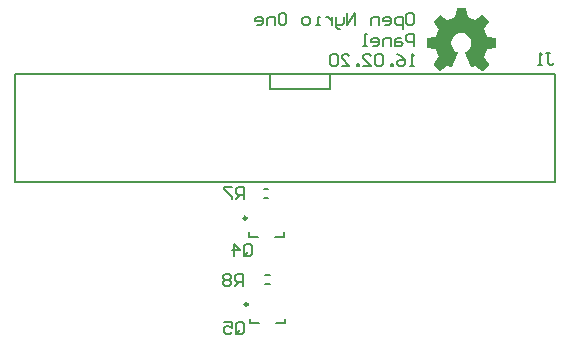
<source format=gbo>
%FSLAX25Y25*%
%MOIN*%
G70*
G01*
G75*
G04 Layer_Color=32896*
%ADD10C,0.01181*%
%ADD11C,0.02362*%
%ADD12C,0.01575*%
%ADD13C,0.03150*%
%ADD14R,0.05512X0.02362*%
%ADD15R,0.05906X0.07087*%
%ADD16R,0.03937X0.03937*%
%ADD17C,0.03937*%
%ADD18C,0.06102*%
%ADD19R,0.06102X0.06102*%
%ADD20C,0.11811*%
%ADD21C,0.04528*%
%ADD22R,0.04528X0.04528*%
%ADD23C,0.05118*%
%ADD24R,0.05118X0.05118*%
%ADD25C,0.02756*%
%ADD26R,0.02362X0.05512*%
%ADD27R,0.03937X0.03937*%
%ADD28C,0.00984*%
%ADD29C,0.00787*%
%ADD30C,0.00591*%
%ADD31R,0.06299X0.03150*%
%ADD32R,0.06693X0.07874*%
%ADD33R,0.04724X0.04724*%
%ADD34C,0.06890*%
%ADD35R,0.06890X0.06890*%
%ADD36C,0.12598*%
%ADD37C,0.05315*%
%ADD38R,0.05315X0.05315*%
%ADD39C,0.05906*%
%ADD40R,0.05906X0.05906*%
%ADD41R,0.03150X0.06299*%
%ADD42R,0.04724X0.04724*%
G36*
X169720Y142410D02*
X169756Y142324D01*
X169753Y142323D01*
X170287Y139536D01*
X170323Y139450D01*
X170380Y139426D01*
X172715Y138459D01*
X172772Y138435D01*
X172858Y138471D01*
X172856Y138474D01*
X175205Y140067D01*
X175291Y140102D01*
X175406Y140055D01*
X175397Y140046D01*
X177414Y138046D01*
X177462Y137931D01*
X177426Y137845D01*
X177424Y137847D01*
X175831Y135498D01*
X175795Y135412D01*
X175819Y135355D01*
X176786Y133021D01*
X176810Y132963D01*
X176895Y132928D01*
X176896Y132931D01*
X179683Y132396D01*
X179769Y132361D01*
X179817Y132246D01*
X179804D01*
X179817Y129405D01*
Y129405D01*
X179769Y129291D01*
X179683Y129255D01*
X179683Y129258D01*
X176895Y128724D01*
X176810Y128688D01*
X176786Y128631D01*
X176786D01*
X175819Y126296D01*
X175795Y126239D01*
X175831Y126153D01*
X175833Y126155D01*
X177426Y123806D01*
X177462Y123720D01*
X177414Y123605D01*
X177405Y123614D01*
X175406Y121597D01*
X175291Y121549D01*
X175205Y121585D01*
X175207Y121587D01*
X172858Y123180D01*
X172772Y123216D01*
X172715Y123192D01*
X171646Y122749D01*
X171588Y122725D01*
X171474Y122773D01*
X171449Y122831D01*
X169482Y127651D01*
X169458Y127708D01*
X169506Y127822D01*
X169558Y127844D01*
X169559Y127842D01*
X169841Y127958D01*
X170526Y128484D01*
X171053Y129170D01*
X171383Y129969D01*
X171496Y130826D01*
X171383Y131683D01*
X171053Y132481D01*
X170526Y133167D01*
X169841Y133693D01*
X169042Y134024D01*
X168185Y134136D01*
X167328Y134024D01*
X166530Y133693D01*
X165844Y133167D01*
X165318Y132481D01*
X164987Y131683D01*
X164874Y130826D01*
X164987Y129969D01*
X165318Y129170D01*
X165844Y128484D01*
X166530Y127958D01*
X166812Y127842D01*
X166813Y127844D01*
X166865Y127822D01*
X166912Y127708D01*
X166889Y127651D01*
X164921Y122831D01*
X164897Y122773D01*
X164782Y122725D01*
X164725Y122749D01*
X163656Y123192D01*
X163599Y123216D01*
X163513Y123180D01*
X163514Y123178D01*
X161165Y121585D01*
X161080Y121549D01*
X160965Y121597D01*
X160974Y121606D01*
X158956Y123605D01*
X158909Y123720D01*
X158944Y123806D01*
X158947Y123804D01*
X160540Y126153D01*
X160575Y126239D01*
X160552Y126296D01*
X159585Y128631D01*
X159561Y128688D01*
X159475Y128724D01*
X159475Y128720D01*
X156687Y129255D01*
X156601Y129291D01*
X156554Y129405D01*
X156566D01*
X156554Y132246D01*
X156601Y132361D01*
X156687Y132396D01*
X156688Y132393D01*
X159475Y132928D01*
X159561Y132963D01*
X159585Y133021D01*
X159585D01*
X160552Y135355D01*
X160575Y135412D01*
X160540Y135498D01*
X160537Y135496D01*
X158944Y137845D01*
X158909Y137931D01*
X158956Y138046D01*
X158965Y138037D01*
X160965Y140055D01*
X161080Y140102D01*
X161165Y140067D01*
X161164Y140064D01*
X163513Y138471D01*
X163599Y138435D01*
X163656Y138459D01*
X165990Y139426D01*
X166048Y139450D01*
X166083Y139536D01*
X166080Y139536D01*
X166615Y142324D01*
X166650Y142410D01*
X166765Y142457D01*
X166765D01*
Y142445D01*
X169606Y142457D01*
X169606D01*
X169720Y142410D01*
D02*
G37*
D28*
X96949Y43701D02*
G03*
X96949Y43701I-492J0D01*
G01*
X96555Y72441D02*
G03*
X96555Y72441I-492J0D01*
G01*
D29*
X19291Y120472D02*
X199213D01*
X19291Y84646D02*
X199213D01*
X19291D02*
Y120472D01*
X199213Y84646D02*
Y120472D01*
X124252Y115374D02*
Y120079D01*
X104252Y115374D02*
X124252D01*
X104252D02*
Y120079D01*
X97638Y37402D02*
Y38976D01*
Y37402D02*
X100787D01*
X109449D02*
Y38976D01*
X106299Y37402D02*
X109449D01*
X97244Y66142D02*
Y67716D01*
Y66142D02*
X100394D01*
X109055D02*
Y67716D01*
X105905Y66142D02*
X109055D01*
X102450Y82309D02*
X103850D01*
X102450Y79109D02*
X103850D01*
X102843Y53569D02*
X104243D01*
X102843Y50368D02*
X104243D01*
D30*
X196397Y127401D02*
X197709D01*
X197053D01*
Y124121D01*
X197709Y123465D01*
X198364D01*
X199021Y124121D01*
X195085Y123465D02*
X193773D01*
X194429D01*
Y127401D01*
X195085Y126745D01*
X95276Y50000D02*
Y53936D01*
X93308D01*
X92652Y53280D01*
Y51968D01*
X93308Y51312D01*
X95276D01*
X93964D02*
X92652Y50000D01*
X91340Y53280D02*
X90684Y53936D01*
X89372D01*
X88716Y53280D01*
Y52624D01*
X89372Y51968D01*
X88716Y51312D01*
Y50656D01*
X89372Y50000D01*
X90684D01*
X91340Y50656D01*
Y51312D01*
X90684Y51968D01*
X91340Y52624D01*
Y53280D01*
X90684Y51968D02*
X89372D01*
X95669Y78740D02*
Y82676D01*
X93701D01*
X93046Y82020D01*
Y80708D01*
X93701Y80052D01*
X95669D01*
X94357D02*
X93046Y78740D01*
X91734Y82676D02*
X89110D01*
Y82020D01*
X91734Y79396D01*
Y78740D01*
X93046Y34514D02*
Y37138D01*
X93701Y37794D01*
X95013D01*
X95669Y37138D01*
Y34514D01*
X95013Y33858D01*
X93701D01*
X94357Y35170D02*
X93046Y33858D01*
X93701D02*
X93046Y34514D01*
X89110Y37794D02*
X91734D01*
Y35826D01*
X90422Y36482D01*
X89766D01*
X89110Y35826D01*
Y34514D01*
X89766Y33858D01*
X91078D01*
X91734Y34514D01*
X95801Y60498D02*
Y63122D01*
X96457Y63778D01*
X97769D01*
X98425Y63122D01*
Y60498D01*
X97769Y59842D01*
X96457D01*
X97113Y61154D02*
X95801Y59842D01*
X96457D02*
X95801Y60498D01*
X92522Y59842D02*
Y63778D01*
X94490Y61810D01*
X91866D01*
X150532Y140747D02*
X151844D01*
X152500Y140091D01*
Y137467D01*
X151844Y136811D01*
X150532D01*
X149876Y137467D01*
Y140091D01*
X150532Y140747D01*
X148564Y135499D02*
Y139435D01*
X146596D01*
X145940Y138779D01*
Y137467D01*
X146596Y136811D01*
X148564D01*
X142661D02*
X143973D01*
X144629Y137467D01*
Y138779D01*
X143973Y139435D01*
X142661D01*
X142005Y138779D01*
Y138123D01*
X144629D01*
X140693Y136811D02*
Y139435D01*
X138725D01*
X138069Y138779D01*
Y136811D01*
X132821D02*
Y140747D01*
X130198Y136811D01*
Y140747D01*
X128886Y139435D02*
Y137467D01*
X128230Y136811D01*
X126262D01*
Y136155D01*
X126918Y135499D01*
X127574D01*
X126262Y136811D02*
Y139435D01*
X124950D02*
Y136811D01*
Y138123D01*
X124294Y138779D01*
X123638Y139435D01*
X122982D01*
X121014Y136811D02*
X119702D01*
X120358D01*
Y139435D01*
X121014D01*
X117078Y136811D02*
X115766D01*
X115111Y137467D01*
Y138779D01*
X115766Y139435D01*
X117078D01*
X117734Y138779D01*
Y137467D01*
X117078Y136811D01*
X107895Y140747D02*
X109207D01*
X109863Y140091D01*
Y137467D01*
X109207Y136811D01*
X107895D01*
X107239Y137467D01*
Y140091D01*
X107895Y140747D01*
X105927Y136811D02*
Y139435D01*
X103959D01*
X103303Y138779D01*
Y136811D01*
X100023D02*
X101335D01*
X101991Y137467D01*
Y138779D01*
X101335Y139435D01*
X100023D01*
X99367Y138779D01*
Y138123D01*
X101991D01*
X152500Y129811D02*
Y133747D01*
X150532D01*
X149876Y133091D01*
Y131779D01*
X150532Y131123D01*
X152500D01*
X147908Y132435D02*
X146596D01*
X145940Y131779D01*
Y129811D01*
X147908D01*
X148564Y130467D01*
X147908Y131123D01*
X145940D01*
X144629Y129811D02*
Y132435D01*
X142661D01*
X142005Y131779D01*
Y129811D01*
X138725D02*
X140037D01*
X140693Y130467D01*
Y131779D01*
X140037Y132435D01*
X138725D01*
X138069Y131779D01*
Y131123D01*
X140693D01*
X136757Y129811D02*
X135445D01*
X136101D01*
Y133747D01*
X136757D01*
X152500Y123311D02*
X151188D01*
X151844D01*
Y127247D01*
X152500Y126591D01*
X146596Y127247D02*
X147908Y126591D01*
X149220Y125279D01*
Y123967D01*
X148564Y123311D01*
X147252D01*
X146596Y123967D01*
Y124623D01*
X147252Y125279D01*
X149220D01*
X145284Y123311D02*
Y123967D01*
X144629D01*
Y123311D01*
X145284D01*
X142005Y126591D02*
X141349Y127247D01*
X140037D01*
X139381Y126591D01*
Y123967D01*
X140037Y123311D01*
X141349D01*
X142005Y123967D01*
Y126591D01*
X135445Y123311D02*
X138069D01*
X135445Y125935D01*
Y126591D01*
X136101Y127247D01*
X137413D01*
X138069Y126591D01*
X134133Y123311D02*
Y123967D01*
X133477D01*
Y123311D01*
X134133D01*
X128230D02*
X130853D01*
X128230Y125935D01*
Y126591D01*
X128886Y127247D01*
X130198D01*
X130853Y126591D01*
X126918D02*
X126262Y127247D01*
X124950D01*
X124294Y126591D01*
Y123967D01*
X124950Y123311D01*
X126262D01*
X126918Y123967D01*
Y126591D01*
M02*

</source>
